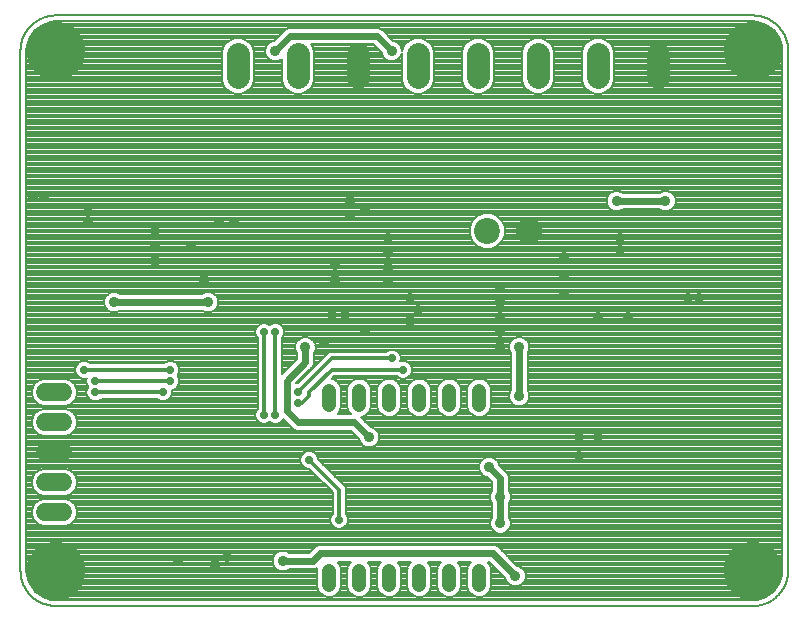
<source format=gbl>
G75*
%MOIN*%
%OFA0B0*%
%FSLAX25Y25*%
%IPPOS*%
%LPD*%
%AMOC8*
5,1,8,0,0,1.08239X$1,22.5*
%
%ADD10C,0.00800*%
%ADD11C,0.05906*%
%ADD12C,0.04800*%
%ADD13C,0.07677*%
%ADD14C,0.08661*%
%ADD15OC8,0.08661*%
%ADD16C,0.03562*%
%ADD17C,0.19685*%
%ADD18C,0.02400*%
%ADD19C,0.02775*%
%ADD20C,0.01200*%
D10*
X0034146Y0040429D02*
X0266430Y0040429D01*
X0266430Y0042429D02*
X0034146Y0042429D01*
X0032612Y0042550D01*
X0029692Y0043498D01*
X0027209Y0045303D01*
X0025405Y0047786D01*
X0024456Y0050705D01*
X0024335Y0052240D01*
X0024335Y0225469D01*
X0024456Y0227003D01*
X0025405Y0229923D01*
X0027209Y0232406D01*
X0029692Y0234210D01*
X0032612Y0235159D01*
X0034146Y0235280D01*
X0266430Y0235280D01*
X0267965Y0235159D01*
X0270884Y0234210D01*
X0273367Y0232406D01*
X0275172Y0229923D01*
X0276120Y0227003D01*
X0276241Y0225469D01*
X0276241Y0052240D01*
X0276120Y0050705D01*
X0275172Y0047786D01*
X0273367Y0045303D01*
X0270884Y0043498D01*
X0267965Y0042550D01*
X0266430Y0042429D01*
X0268810Y0042825D02*
X0031766Y0042825D01*
X0029521Y0043623D02*
X0123952Y0043623D01*
X0124493Y0043399D02*
X0123022Y0044008D01*
X0121897Y0045133D01*
X0121288Y0046604D01*
X0121288Y0052995D01*
X0121291Y0053001D01*
X0120392Y0052629D01*
X0111817Y0052629D01*
X0111751Y0052563D01*
X0110508Y0052048D01*
X0109163Y0052048D01*
X0107920Y0052563D01*
X0106969Y0053514D01*
X0106454Y0054757D01*
X0106454Y0056102D01*
X0106969Y0057344D01*
X0107920Y0058295D01*
X0109163Y0058810D01*
X0110508Y0058810D01*
X0111751Y0058295D01*
X0111817Y0058229D01*
X0118676Y0058229D01*
X0119962Y0059515D01*
X0120749Y0060303D01*
X0121778Y0060729D01*
X0180392Y0060729D01*
X0181421Y0060303D01*
X0187914Y0053810D01*
X0188008Y0053810D01*
X0189251Y0053295D01*
X0190202Y0052344D01*
X0190717Y0051102D01*
X0190717Y0049757D01*
X0190202Y0048514D01*
X0189251Y0047563D01*
X0188008Y0047048D01*
X0186663Y0047048D01*
X0185420Y0047563D01*
X0184469Y0048514D01*
X0183954Y0049757D01*
X0183954Y0049850D01*
X0178676Y0055129D01*
X0178015Y0055129D01*
X0178679Y0054465D01*
X0179288Y0052995D01*
X0179288Y0046604D01*
X0178679Y0045133D01*
X0177554Y0044008D01*
X0176084Y0043399D01*
X0174493Y0043399D01*
X0173022Y0044008D01*
X0171897Y0045133D01*
X0171288Y0046604D01*
X0171288Y0052995D01*
X0171897Y0054465D01*
X0172561Y0055129D01*
X0168015Y0055129D01*
X0168679Y0054465D01*
X0169288Y0052995D01*
X0169288Y0046604D01*
X0168679Y0045133D01*
X0167554Y0044008D01*
X0166084Y0043399D01*
X0164493Y0043399D01*
X0163022Y0044008D01*
X0161897Y0045133D01*
X0161288Y0046604D01*
X0161288Y0052995D01*
X0161897Y0054465D01*
X0162561Y0055129D01*
X0158015Y0055129D01*
X0158679Y0054465D01*
X0159288Y0052995D01*
X0159288Y0046604D01*
X0158679Y0045133D01*
X0157554Y0044008D01*
X0156084Y0043399D01*
X0154493Y0043399D01*
X0153022Y0044008D01*
X0151897Y0045133D01*
X0151288Y0046604D01*
X0151288Y0052995D01*
X0151897Y0054465D01*
X0152561Y0055129D01*
X0148015Y0055129D01*
X0148679Y0054465D01*
X0149288Y0052995D01*
X0149288Y0046604D01*
X0148679Y0045133D01*
X0147554Y0044008D01*
X0146084Y0043399D01*
X0144493Y0043399D01*
X0143022Y0044008D01*
X0141897Y0045133D01*
X0141288Y0046604D01*
X0141288Y0052995D01*
X0141897Y0054465D01*
X0142561Y0055129D01*
X0138015Y0055129D01*
X0138679Y0054465D01*
X0139288Y0052995D01*
X0139288Y0046604D01*
X0138679Y0045133D01*
X0137554Y0044008D01*
X0136084Y0043399D01*
X0134493Y0043399D01*
X0133022Y0044008D01*
X0131897Y0045133D01*
X0131288Y0046604D01*
X0131288Y0052995D01*
X0131897Y0054465D01*
X0132561Y0055129D01*
X0128015Y0055129D01*
X0128679Y0054465D01*
X0129288Y0052995D01*
X0129288Y0046604D01*
X0128679Y0045133D01*
X0127554Y0044008D01*
X0126084Y0043399D01*
X0124493Y0043399D01*
X0126625Y0043623D02*
X0133952Y0043623D01*
X0132609Y0044422D02*
X0127968Y0044422D01*
X0128715Y0045220D02*
X0131861Y0045220D01*
X0131530Y0046019D02*
X0129046Y0046019D01*
X0129288Y0046817D02*
X0131288Y0046817D01*
X0131288Y0047616D02*
X0129288Y0047616D01*
X0129288Y0048414D02*
X0131288Y0048414D01*
X0131288Y0049213D02*
X0129288Y0049213D01*
X0129288Y0050011D02*
X0131288Y0050011D01*
X0131288Y0050810D02*
X0129288Y0050810D01*
X0129288Y0051608D02*
X0131288Y0051608D01*
X0131288Y0052407D02*
X0129288Y0052407D01*
X0129201Y0053205D02*
X0131375Y0053205D01*
X0131706Y0054004D02*
X0128870Y0054004D01*
X0128342Y0054802D02*
X0132234Y0054802D01*
X0138342Y0054802D02*
X0142234Y0054802D01*
X0141706Y0054004D02*
X0138870Y0054004D01*
X0139201Y0053205D02*
X0141375Y0053205D01*
X0141288Y0052407D02*
X0139288Y0052407D01*
X0139288Y0051608D02*
X0141288Y0051608D01*
X0141288Y0050810D02*
X0139288Y0050810D01*
X0139288Y0050011D02*
X0141288Y0050011D01*
X0141288Y0049213D02*
X0139288Y0049213D01*
X0139288Y0048414D02*
X0141288Y0048414D01*
X0141288Y0047616D02*
X0139288Y0047616D01*
X0139288Y0046817D02*
X0141288Y0046817D01*
X0141530Y0046019D02*
X0139046Y0046019D01*
X0138715Y0045220D02*
X0141861Y0045220D01*
X0142609Y0044422D02*
X0137968Y0044422D01*
X0136625Y0043623D02*
X0143952Y0043623D01*
X0146625Y0043623D02*
X0153952Y0043623D01*
X0152609Y0044422D02*
X0147968Y0044422D01*
X0148715Y0045220D02*
X0151861Y0045220D01*
X0151530Y0046019D02*
X0149046Y0046019D01*
X0149288Y0046817D02*
X0151288Y0046817D01*
X0151288Y0047616D02*
X0149288Y0047616D01*
X0149288Y0048414D02*
X0151288Y0048414D01*
X0151288Y0049213D02*
X0149288Y0049213D01*
X0149288Y0050011D02*
X0151288Y0050011D01*
X0151288Y0050810D02*
X0149288Y0050810D01*
X0149288Y0051608D02*
X0151288Y0051608D01*
X0151288Y0052407D02*
X0149288Y0052407D01*
X0149201Y0053205D02*
X0151375Y0053205D01*
X0151706Y0054004D02*
X0148870Y0054004D01*
X0148342Y0054802D02*
X0152234Y0054802D01*
X0158342Y0054802D02*
X0162234Y0054802D01*
X0161706Y0054004D02*
X0158870Y0054004D01*
X0159201Y0053205D02*
X0161375Y0053205D01*
X0161288Y0052407D02*
X0159288Y0052407D01*
X0159288Y0051608D02*
X0161288Y0051608D01*
X0161288Y0050810D02*
X0159288Y0050810D01*
X0159288Y0050011D02*
X0161288Y0050011D01*
X0161288Y0049213D02*
X0159288Y0049213D01*
X0159288Y0048414D02*
X0161288Y0048414D01*
X0161288Y0047616D02*
X0159288Y0047616D01*
X0159288Y0046817D02*
X0161288Y0046817D01*
X0161530Y0046019D02*
X0159046Y0046019D01*
X0158715Y0045220D02*
X0161861Y0045220D01*
X0162609Y0044422D02*
X0157968Y0044422D01*
X0156625Y0043623D02*
X0163952Y0043623D01*
X0166625Y0043623D02*
X0173952Y0043623D01*
X0172609Y0044422D02*
X0167968Y0044422D01*
X0168715Y0045220D02*
X0171861Y0045220D01*
X0171530Y0046019D02*
X0169046Y0046019D01*
X0169288Y0046817D02*
X0171288Y0046817D01*
X0171288Y0047616D02*
X0169288Y0047616D01*
X0169288Y0048414D02*
X0171288Y0048414D01*
X0171288Y0049213D02*
X0169288Y0049213D01*
X0169288Y0050011D02*
X0171288Y0050011D01*
X0171288Y0050810D02*
X0169288Y0050810D01*
X0169288Y0051608D02*
X0171288Y0051608D01*
X0171288Y0052407D02*
X0169288Y0052407D01*
X0169201Y0053205D02*
X0171375Y0053205D01*
X0171706Y0054004D02*
X0168870Y0054004D01*
X0168342Y0054802D02*
X0172234Y0054802D01*
X0178342Y0054802D02*
X0179002Y0054802D01*
X0178870Y0054004D02*
X0179801Y0054004D01*
X0179201Y0053205D02*
X0180599Y0053205D01*
X0181398Y0052407D02*
X0179288Y0052407D01*
X0179288Y0051608D02*
X0182196Y0051608D01*
X0182995Y0050810D02*
X0179288Y0050810D01*
X0179288Y0050011D02*
X0183793Y0050011D01*
X0184180Y0049213D02*
X0179288Y0049213D01*
X0179288Y0048414D02*
X0184569Y0048414D01*
X0185367Y0047616D02*
X0179288Y0047616D01*
X0179288Y0046817D02*
X0274468Y0046817D01*
X0273888Y0046019D02*
X0179046Y0046019D01*
X0178715Y0045220D02*
X0273254Y0045220D01*
X0272155Y0044422D02*
X0177968Y0044422D01*
X0176625Y0043623D02*
X0271056Y0043623D01*
X0275048Y0047616D02*
X0189304Y0047616D01*
X0190102Y0048414D02*
X0275376Y0048414D01*
X0275635Y0049213D02*
X0190491Y0049213D01*
X0190717Y0050011D02*
X0275895Y0050011D01*
X0276128Y0050810D02*
X0190717Y0050810D01*
X0190507Y0051608D02*
X0276191Y0051608D01*
X0276241Y0052407D02*
X0190139Y0052407D01*
X0189341Y0053205D02*
X0276241Y0053205D01*
X0276241Y0054004D02*
X0187721Y0054004D01*
X0186922Y0054802D02*
X0276241Y0054802D01*
X0276241Y0055601D02*
X0186123Y0055601D01*
X0185325Y0056399D02*
X0276241Y0056399D01*
X0276241Y0057198D02*
X0184526Y0057198D01*
X0183728Y0057996D02*
X0276241Y0057996D01*
X0276241Y0058795D02*
X0182929Y0058795D01*
X0182131Y0059593D02*
X0276241Y0059593D01*
X0276241Y0060392D02*
X0181206Y0060392D01*
X0181663Y0064548D02*
X0183008Y0064548D01*
X0184251Y0065063D01*
X0185202Y0066014D01*
X0185717Y0067257D01*
X0185717Y0068602D01*
X0185202Y0069844D01*
X0185135Y0069911D01*
X0185135Y0074698D01*
X0185202Y0074764D01*
X0185717Y0076007D01*
X0185717Y0077352D01*
X0185202Y0078594D01*
X0185135Y0078661D01*
X0185135Y0083486D01*
X0184709Y0084515D01*
X0181967Y0087258D01*
X0181967Y0087352D01*
X0181452Y0088594D01*
X0180501Y0089545D01*
X0179258Y0090060D01*
X0177913Y0090060D01*
X0176670Y0089545D01*
X0175719Y0088594D01*
X0175204Y0087352D01*
X0175204Y0086007D01*
X0175719Y0084764D01*
X0176670Y0083813D01*
X0177913Y0083298D01*
X0178007Y0083298D01*
X0179535Y0081769D01*
X0179535Y0078661D01*
X0179469Y0078594D01*
X0178954Y0077352D01*
X0178954Y0076007D01*
X0179469Y0074764D01*
X0179535Y0074698D01*
X0179535Y0069911D01*
X0179469Y0069844D01*
X0178954Y0068602D01*
X0178954Y0067257D01*
X0179469Y0066014D01*
X0180420Y0065063D01*
X0181663Y0064548D01*
X0180300Y0065183D02*
X0024335Y0065183D01*
X0024335Y0065981D02*
X0179501Y0065981D01*
X0179152Y0066780D02*
X0130411Y0066780D01*
X0130278Y0066647D02*
X0131118Y0067487D01*
X0131573Y0068585D01*
X0131573Y0069773D01*
X0131118Y0070871D01*
X0130785Y0071204D01*
X0130785Y0080090D01*
X0121573Y0089303D01*
X0121573Y0089773D01*
X0121118Y0090871D01*
X0120278Y0091712D01*
X0119180Y0092167D01*
X0117991Y0092167D01*
X0116893Y0091712D01*
X0116053Y0090871D01*
X0115598Y0089773D01*
X0115598Y0088585D01*
X0116053Y0087487D01*
X0116893Y0086647D01*
X0117991Y0086192D01*
X0118462Y0086192D01*
X0126385Y0078268D01*
X0126385Y0071204D01*
X0126053Y0070871D01*
X0125598Y0069773D01*
X0125598Y0068585D01*
X0126053Y0067487D01*
X0126893Y0066647D01*
X0127991Y0066192D01*
X0129180Y0066192D01*
X0130278Y0066647D01*
X0131156Y0067579D02*
X0178954Y0067579D01*
X0178954Y0068377D02*
X0131487Y0068377D01*
X0131573Y0069176D02*
X0179192Y0069176D01*
X0179535Y0069974D02*
X0131490Y0069974D01*
X0131159Y0070773D02*
X0179535Y0070773D01*
X0179535Y0071571D02*
X0130785Y0071571D01*
X0130785Y0072370D02*
X0179535Y0072370D01*
X0179535Y0073168D02*
X0130785Y0073168D01*
X0130785Y0073967D02*
X0179535Y0073967D01*
X0179469Y0074765D02*
X0130785Y0074765D01*
X0130785Y0075564D02*
X0179138Y0075564D01*
X0178954Y0076362D02*
X0130785Y0076362D01*
X0130785Y0077161D02*
X0178954Y0077161D01*
X0179206Y0077959D02*
X0130785Y0077959D01*
X0130785Y0078758D02*
X0179535Y0078758D01*
X0179535Y0079556D02*
X0130785Y0079556D01*
X0130521Y0080355D02*
X0179535Y0080355D01*
X0179535Y0081153D02*
X0129723Y0081153D01*
X0128924Y0081952D02*
X0179353Y0081952D01*
X0178555Y0082750D02*
X0128126Y0082750D01*
X0127327Y0083549D02*
X0177308Y0083549D01*
X0176136Y0084347D02*
X0126529Y0084347D01*
X0125730Y0085146D02*
X0175561Y0085146D01*
X0175230Y0085944D02*
X0124932Y0085944D01*
X0124133Y0086743D02*
X0175204Y0086743D01*
X0175283Y0087541D02*
X0123335Y0087541D01*
X0122536Y0088340D02*
X0175614Y0088340D01*
X0176263Y0089138D02*
X0121737Y0089138D01*
X0121505Y0089937D02*
X0177615Y0089937D01*
X0179556Y0089937D02*
X0276241Y0089937D01*
X0276241Y0090735D02*
X0121174Y0090735D01*
X0120456Y0091534D02*
X0276241Y0091534D01*
X0276241Y0092332D02*
X0024335Y0092332D01*
X0024335Y0091534D02*
X0116715Y0091534D01*
X0115996Y0090735D02*
X0024335Y0090735D01*
X0024335Y0089937D02*
X0115666Y0089937D01*
X0115598Y0089138D02*
X0024335Y0089138D01*
X0024335Y0088340D02*
X0115700Y0088340D01*
X0116030Y0087541D02*
X0024335Y0087541D01*
X0024335Y0086743D02*
X0116797Y0086743D01*
X0118709Y0085944D02*
X0038138Y0085944D01*
X0037444Y0086232D02*
X0039117Y0085539D01*
X0040398Y0084258D01*
X0041091Y0082585D01*
X0041091Y0080774D01*
X0040398Y0079100D01*
X0039117Y0077819D01*
X0037444Y0077126D01*
X0029727Y0077126D01*
X0028054Y0077819D01*
X0026773Y0079100D01*
X0026080Y0080774D01*
X0026080Y0082585D01*
X0026773Y0084258D01*
X0028054Y0085539D01*
X0029727Y0086232D01*
X0037444Y0086232D01*
X0039510Y0085146D02*
X0119508Y0085146D01*
X0120306Y0084347D02*
X0040309Y0084347D01*
X0040692Y0083549D02*
X0121105Y0083549D01*
X0121903Y0082750D02*
X0041022Y0082750D01*
X0041091Y0081952D02*
X0122702Y0081952D01*
X0123500Y0081153D02*
X0041091Y0081153D01*
X0040917Y0080355D02*
X0124299Y0080355D01*
X0125097Y0079556D02*
X0040587Y0079556D01*
X0040055Y0078758D02*
X0125896Y0078758D01*
X0126385Y0077959D02*
X0039257Y0077959D01*
X0037527Y0077161D02*
X0126385Y0077161D01*
X0126385Y0076362D02*
X0024335Y0076362D01*
X0024335Y0075564D02*
X0028114Y0075564D01*
X0028054Y0075539D02*
X0026773Y0074258D01*
X0026080Y0072585D01*
X0026080Y0070774D01*
X0026773Y0069100D01*
X0028054Y0067819D01*
X0029727Y0067126D01*
X0037444Y0067126D01*
X0039117Y0067819D01*
X0040398Y0069100D01*
X0041091Y0070774D01*
X0041091Y0072585D01*
X0040398Y0074258D01*
X0039117Y0075539D01*
X0037444Y0076232D01*
X0029727Y0076232D01*
X0028054Y0075539D01*
X0027280Y0074765D02*
X0024335Y0074765D01*
X0024335Y0073967D02*
X0026652Y0073967D01*
X0026322Y0073168D02*
X0024335Y0073168D01*
X0024335Y0072370D02*
X0026080Y0072370D01*
X0026080Y0071571D02*
X0024335Y0071571D01*
X0024335Y0070773D02*
X0026080Y0070773D01*
X0026411Y0069974D02*
X0024335Y0069974D01*
X0024335Y0069176D02*
X0026742Y0069176D01*
X0027496Y0068377D02*
X0024335Y0068377D01*
X0024335Y0067579D02*
X0028635Y0067579D01*
X0024335Y0066780D02*
X0126760Y0066780D01*
X0126015Y0067579D02*
X0038535Y0067579D01*
X0039675Y0068377D02*
X0125684Y0068377D01*
X0125598Y0069176D02*
X0040429Y0069176D01*
X0040760Y0069974D02*
X0125681Y0069974D01*
X0126012Y0070773D02*
X0041091Y0070773D01*
X0041091Y0071571D02*
X0126385Y0071571D01*
X0126385Y0072370D02*
X0041091Y0072370D01*
X0040849Y0073168D02*
X0126385Y0073168D01*
X0126385Y0073967D02*
X0040519Y0073967D01*
X0039891Y0074765D02*
X0126385Y0074765D01*
X0126385Y0075564D02*
X0039057Y0075564D01*
X0029644Y0077161D02*
X0024335Y0077161D01*
X0024335Y0077959D02*
X0027914Y0077959D01*
X0027116Y0078758D02*
X0024335Y0078758D01*
X0024335Y0079556D02*
X0026584Y0079556D01*
X0026253Y0080355D02*
X0024335Y0080355D01*
X0024335Y0081153D02*
X0026080Y0081153D01*
X0026080Y0081952D02*
X0024335Y0081952D01*
X0024335Y0082750D02*
X0026148Y0082750D01*
X0026479Y0083549D02*
X0024335Y0083549D01*
X0024335Y0084347D02*
X0026862Y0084347D01*
X0027661Y0085146D02*
X0024335Y0085146D01*
X0024335Y0085944D02*
X0029033Y0085944D01*
X0024335Y0093131D02*
X0276241Y0093131D01*
X0276241Y0093929D02*
X0140617Y0093929D01*
X0140501Y0093813D02*
X0141452Y0094764D01*
X0141967Y0096007D01*
X0141967Y0097352D01*
X0141452Y0098594D01*
X0140501Y0099545D01*
X0139258Y0100060D01*
X0139164Y0100060D01*
X0135959Y0103265D01*
X0135825Y0103399D01*
X0136084Y0103399D01*
X0137554Y0104008D01*
X0138679Y0105133D01*
X0139288Y0106604D01*
X0139288Y0112995D01*
X0138679Y0114465D01*
X0137554Y0115590D01*
X0136084Y0116199D01*
X0134493Y0116199D01*
X0133022Y0115590D01*
X0131897Y0114465D01*
X0131288Y0112995D01*
X0131288Y0106604D01*
X0131897Y0105133D01*
X0132551Y0104479D01*
X0128025Y0104479D01*
X0128679Y0105133D01*
X0129288Y0106604D01*
X0129288Y0112995D01*
X0128679Y0114465D01*
X0127554Y0115590D01*
X0126178Y0116160D01*
X0126997Y0116979D01*
X0147811Y0116979D01*
X0148143Y0116647D01*
X0149241Y0116192D01*
X0150430Y0116192D01*
X0151528Y0116647D01*
X0152368Y0117487D01*
X0152823Y0118585D01*
X0152823Y0119773D01*
X0152368Y0120871D01*
X0151528Y0121712D01*
X0150430Y0122167D01*
X0149241Y0122167D01*
X0148954Y0122047D01*
X0149073Y0122335D01*
X0149073Y0123523D01*
X0148618Y0124621D01*
X0147778Y0125462D01*
X0146680Y0125917D01*
X0145491Y0125917D01*
X0144393Y0125462D01*
X0144061Y0125129D01*
X0125174Y0125129D01*
X0123885Y0123840D01*
X0114712Y0114667D01*
X0114283Y0114667D01*
X0118921Y0119305D01*
X0118921Y0119305D01*
X0119709Y0120093D01*
X0120135Y0121122D01*
X0120135Y0124698D01*
X0120202Y0124764D01*
X0120717Y0126007D01*
X0120717Y0127352D01*
X0120202Y0128594D01*
X0119251Y0129545D01*
X0118008Y0130060D01*
X0116663Y0130060D01*
X0115420Y0129545D01*
X0114469Y0128594D01*
X0113954Y0127352D01*
X0113954Y0126007D01*
X0114469Y0124764D01*
X0114535Y0124698D01*
X0114535Y0122839D01*
X0109535Y0117839D01*
X0109535Y0129654D01*
X0109868Y0129987D01*
X0110323Y0131085D01*
X0110323Y0132273D01*
X0109868Y0133371D01*
X0109028Y0134212D01*
X0107930Y0134667D01*
X0106741Y0134667D01*
X0105643Y0134212D01*
X0105460Y0134029D01*
X0105278Y0134212D01*
X0104180Y0134667D01*
X0102991Y0134667D01*
X0101893Y0134212D01*
X0101053Y0133371D01*
X0100598Y0132273D01*
X0100598Y0131085D01*
X0101053Y0129987D01*
X0101385Y0129654D01*
X0101385Y0106204D01*
X0101053Y0105871D01*
X0100598Y0104773D01*
X0100598Y0103585D01*
X0101053Y0102487D01*
X0101893Y0101647D01*
X0102991Y0101192D01*
X0104180Y0101192D01*
X0105278Y0101647D01*
X0105460Y0101829D01*
X0105643Y0101647D01*
X0106741Y0101192D01*
X0107930Y0101192D01*
X0109028Y0101647D01*
X0109868Y0102487D01*
X0109927Y0102628D01*
X0113249Y0099305D01*
X0114278Y0098879D01*
X0132426Y0098879D01*
X0135204Y0096100D01*
X0135204Y0096007D01*
X0135719Y0094764D01*
X0136670Y0093813D01*
X0137913Y0093298D01*
X0139258Y0093298D01*
X0140501Y0093813D01*
X0141416Y0094728D02*
X0276241Y0094728D01*
X0276241Y0095526D02*
X0141768Y0095526D01*
X0141967Y0096325D02*
X0276241Y0096325D01*
X0276241Y0097123D02*
X0141967Y0097123D01*
X0141730Y0097922D02*
X0276241Y0097922D01*
X0276241Y0098720D02*
X0141326Y0098720D01*
X0140527Y0099519D02*
X0276241Y0099519D01*
X0276241Y0100317D02*
X0138907Y0100317D01*
X0138108Y0101116D02*
X0276241Y0101116D01*
X0276241Y0101915D02*
X0137310Y0101915D01*
X0136511Y0102713D02*
X0276241Y0102713D01*
X0276241Y0103512D02*
X0176355Y0103512D01*
X0176084Y0103399D02*
X0177554Y0104008D01*
X0178679Y0105133D01*
X0179288Y0106604D01*
X0179288Y0112995D01*
X0178679Y0114465D01*
X0177554Y0115590D01*
X0176084Y0116199D01*
X0174493Y0116199D01*
X0173022Y0115590D01*
X0171897Y0114465D01*
X0171288Y0112995D01*
X0171288Y0106604D01*
X0171897Y0105133D01*
X0173022Y0104008D01*
X0174493Y0103399D01*
X0176084Y0103399D01*
X0174221Y0103512D02*
X0166355Y0103512D01*
X0166084Y0103399D02*
X0167554Y0104008D01*
X0168679Y0105133D01*
X0169288Y0106604D01*
X0169288Y0112995D01*
X0168679Y0114465D01*
X0167554Y0115590D01*
X0166084Y0116199D01*
X0164493Y0116199D01*
X0163022Y0115590D01*
X0161897Y0114465D01*
X0161288Y0112995D01*
X0161288Y0106604D01*
X0161897Y0105133D01*
X0163022Y0104008D01*
X0164493Y0103399D01*
X0166084Y0103399D01*
X0164221Y0103512D02*
X0156355Y0103512D01*
X0156084Y0103399D02*
X0157554Y0104008D01*
X0158679Y0105133D01*
X0159288Y0106604D01*
X0159288Y0112995D01*
X0158679Y0114465D01*
X0157554Y0115590D01*
X0156084Y0116199D01*
X0154493Y0116199D01*
X0153022Y0115590D01*
X0151897Y0114465D01*
X0151288Y0112995D01*
X0151288Y0106604D01*
X0151897Y0105133D01*
X0153022Y0104008D01*
X0154493Y0103399D01*
X0156084Y0103399D01*
X0154221Y0103512D02*
X0146355Y0103512D01*
X0146084Y0103399D02*
X0147554Y0104008D01*
X0148679Y0105133D01*
X0149288Y0106604D01*
X0149288Y0112995D01*
X0148679Y0114465D01*
X0147554Y0115590D01*
X0146084Y0116199D01*
X0144493Y0116199D01*
X0143022Y0115590D01*
X0141897Y0114465D01*
X0141288Y0112995D01*
X0141288Y0106604D01*
X0141897Y0105133D01*
X0143022Y0104008D01*
X0144493Y0103399D01*
X0146084Y0103399D01*
X0144221Y0103512D02*
X0136355Y0103512D01*
X0137856Y0104310D02*
X0142720Y0104310D01*
X0141922Y0105109D02*
X0138654Y0105109D01*
X0139000Y0105907D02*
X0141577Y0105907D01*
X0141288Y0106706D02*
X0139288Y0106706D01*
X0139288Y0107504D02*
X0141288Y0107504D01*
X0141288Y0108303D02*
X0139288Y0108303D01*
X0139288Y0109101D02*
X0141288Y0109101D01*
X0141288Y0109900D02*
X0139288Y0109900D01*
X0139288Y0110698D02*
X0141288Y0110698D01*
X0141288Y0111497D02*
X0139288Y0111497D01*
X0139288Y0112295D02*
X0141288Y0112295D01*
X0141329Y0113094D02*
X0139247Y0113094D01*
X0138916Y0113892D02*
X0141660Y0113892D01*
X0142123Y0114691D02*
X0138454Y0114691D01*
X0137655Y0115489D02*
X0142921Y0115489D01*
X0147655Y0115489D02*
X0152921Y0115489D01*
X0152123Y0114691D02*
X0148454Y0114691D01*
X0148916Y0113892D02*
X0151660Y0113892D01*
X0151329Y0113094D02*
X0149247Y0113094D01*
X0149288Y0112295D02*
X0151288Y0112295D01*
X0151288Y0111497D02*
X0149288Y0111497D01*
X0149288Y0110698D02*
X0151288Y0110698D01*
X0151288Y0109900D02*
X0149288Y0109900D01*
X0149288Y0109101D02*
X0151288Y0109101D01*
X0151288Y0108303D02*
X0149288Y0108303D01*
X0149288Y0107504D02*
X0151288Y0107504D01*
X0151288Y0106706D02*
X0149288Y0106706D01*
X0149000Y0105907D02*
X0151577Y0105907D01*
X0151922Y0105109D02*
X0148654Y0105109D01*
X0147856Y0104310D02*
X0152720Y0104310D01*
X0157856Y0104310D02*
X0162720Y0104310D01*
X0161922Y0105109D02*
X0158654Y0105109D01*
X0159000Y0105907D02*
X0161577Y0105907D01*
X0161288Y0106706D02*
X0159288Y0106706D01*
X0159288Y0107504D02*
X0161288Y0107504D01*
X0161288Y0108303D02*
X0159288Y0108303D01*
X0159288Y0109101D02*
X0161288Y0109101D01*
X0161288Y0109900D02*
X0159288Y0109900D01*
X0159288Y0110698D02*
X0161288Y0110698D01*
X0161288Y0111497D02*
X0159288Y0111497D01*
X0159288Y0112295D02*
X0161288Y0112295D01*
X0161329Y0113094D02*
X0159247Y0113094D01*
X0158916Y0113892D02*
X0161660Y0113892D01*
X0162123Y0114691D02*
X0158454Y0114691D01*
X0157655Y0115489D02*
X0162921Y0115489D01*
X0167655Y0115489D02*
X0172921Y0115489D01*
X0172123Y0114691D02*
X0168454Y0114691D01*
X0168916Y0113892D02*
X0171660Y0113892D01*
X0171329Y0113094D02*
X0169247Y0113094D01*
X0169288Y0112295D02*
X0171288Y0112295D01*
X0171288Y0111497D02*
X0169288Y0111497D01*
X0169288Y0110698D02*
X0171288Y0110698D01*
X0171288Y0109900D02*
X0169288Y0109900D01*
X0169288Y0109101D02*
X0171288Y0109101D01*
X0171288Y0108303D02*
X0169288Y0108303D01*
X0169288Y0107504D02*
X0171288Y0107504D01*
X0171288Y0106706D02*
X0169288Y0106706D01*
X0169000Y0105907D02*
X0171577Y0105907D01*
X0171922Y0105109D02*
X0168654Y0105109D01*
X0167856Y0104310D02*
X0172720Y0104310D01*
X0177856Y0104310D02*
X0276241Y0104310D01*
X0276241Y0105109D02*
X0178654Y0105109D01*
X0179000Y0105907D02*
X0276241Y0105907D01*
X0276241Y0106706D02*
X0179288Y0106706D01*
X0179288Y0107504D02*
X0186812Y0107504D01*
X0186670Y0107563D02*
X0187913Y0107048D01*
X0189258Y0107048D01*
X0190501Y0107563D01*
X0191452Y0108514D01*
X0191967Y0109757D01*
X0191967Y0111102D01*
X0191452Y0112344D01*
X0191385Y0112411D01*
X0191385Y0124698D01*
X0191452Y0124764D01*
X0191967Y0126007D01*
X0191967Y0127352D01*
X0191452Y0128594D01*
X0190501Y0129545D01*
X0189258Y0130060D01*
X0187913Y0130060D01*
X0186670Y0129545D01*
X0185719Y0128594D01*
X0185204Y0127352D01*
X0185204Y0126007D01*
X0185719Y0124764D01*
X0185785Y0124698D01*
X0185785Y0112411D01*
X0185719Y0112344D01*
X0185204Y0111102D01*
X0185204Y0109757D01*
X0185719Y0108514D01*
X0186670Y0107563D01*
X0185930Y0108303D02*
X0179288Y0108303D01*
X0179288Y0109101D02*
X0185476Y0109101D01*
X0185204Y0109900D02*
X0179288Y0109900D01*
X0179288Y0110698D02*
X0185204Y0110698D01*
X0185368Y0111497D02*
X0179288Y0111497D01*
X0179288Y0112295D02*
X0185699Y0112295D01*
X0185785Y0113094D02*
X0179247Y0113094D01*
X0178916Y0113892D02*
X0185785Y0113892D01*
X0185785Y0114691D02*
X0178454Y0114691D01*
X0177655Y0115489D02*
X0185785Y0115489D01*
X0185785Y0116288D02*
X0150661Y0116288D01*
X0151967Y0117086D02*
X0185785Y0117086D01*
X0185785Y0117885D02*
X0152533Y0117885D01*
X0152823Y0118683D02*
X0185785Y0118683D01*
X0185785Y0119482D02*
X0152823Y0119482D01*
X0152613Y0120280D02*
X0185785Y0120280D01*
X0185785Y0121079D02*
X0152161Y0121079D01*
X0151128Y0121877D02*
X0185785Y0121877D01*
X0185785Y0122676D02*
X0149073Y0122676D01*
X0149073Y0123474D02*
X0185785Y0123474D01*
X0185785Y0124273D02*
X0148762Y0124273D01*
X0148168Y0125071D02*
X0185592Y0125071D01*
X0185261Y0125870D02*
X0146792Y0125870D01*
X0145378Y0125870D02*
X0120660Y0125870D01*
X0120717Y0126668D02*
X0185204Y0126668D01*
X0185252Y0127467D02*
X0120669Y0127467D01*
X0120338Y0128265D02*
X0185583Y0128265D01*
X0186189Y0129064D02*
X0119732Y0129064D01*
X0118486Y0129862D02*
X0187435Y0129862D01*
X0189736Y0129862D02*
X0276241Y0129862D01*
X0276241Y0129064D02*
X0190982Y0129064D01*
X0191588Y0128265D02*
X0276241Y0128265D01*
X0276241Y0127467D02*
X0191919Y0127467D01*
X0191967Y0126668D02*
X0276241Y0126668D01*
X0276241Y0125870D02*
X0191910Y0125870D01*
X0191579Y0125071D02*
X0276241Y0125071D01*
X0276241Y0124273D02*
X0191385Y0124273D01*
X0191385Y0123474D02*
X0276241Y0123474D01*
X0276241Y0122676D02*
X0191385Y0122676D01*
X0191385Y0121877D02*
X0276241Y0121877D01*
X0276241Y0121079D02*
X0191385Y0121079D01*
X0191385Y0120280D02*
X0276241Y0120280D01*
X0276241Y0119482D02*
X0191385Y0119482D01*
X0191385Y0118683D02*
X0276241Y0118683D01*
X0276241Y0117885D02*
X0191385Y0117885D01*
X0191385Y0117086D02*
X0276241Y0117086D01*
X0276241Y0116288D02*
X0191385Y0116288D01*
X0191385Y0115489D02*
X0276241Y0115489D01*
X0276241Y0114691D02*
X0191385Y0114691D01*
X0191385Y0113892D02*
X0276241Y0113892D01*
X0276241Y0113094D02*
X0191385Y0113094D01*
X0191472Y0112295D02*
X0276241Y0112295D01*
X0276241Y0111497D02*
X0191803Y0111497D01*
X0191967Y0110698D02*
X0276241Y0110698D01*
X0276241Y0109900D02*
X0191967Y0109900D01*
X0191695Y0109101D02*
X0276241Y0109101D01*
X0276241Y0108303D02*
X0191240Y0108303D01*
X0190359Y0107504D02*
X0276241Y0107504D01*
X0276241Y0089138D02*
X0180908Y0089138D01*
X0181557Y0088340D02*
X0276241Y0088340D01*
X0276241Y0087541D02*
X0181888Y0087541D01*
X0182482Y0086743D02*
X0276241Y0086743D01*
X0276241Y0085944D02*
X0183280Y0085944D01*
X0184079Y0085146D02*
X0276241Y0085146D01*
X0276241Y0084347D02*
X0184779Y0084347D01*
X0185109Y0083549D02*
X0276241Y0083549D01*
X0276241Y0082750D02*
X0185135Y0082750D01*
X0185135Y0081952D02*
X0276241Y0081952D01*
X0276241Y0081153D02*
X0185135Y0081153D01*
X0185135Y0080355D02*
X0276241Y0080355D01*
X0276241Y0079556D02*
X0185135Y0079556D01*
X0185135Y0078758D02*
X0276241Y0078758D01*
X0276241Y0077959D02*
X0185465Y0077959D01*
X0185717Y0077161D02*
X0276241Y0077161D01*
X0276241Y0076362D02*
X0185717Y0076362D01*
X0185533Y0075564D02*
X0276241Y0075564D01*
X0276241Y0074765D02*
X0185202Y0074765D01*
X0185135Y0073967D02*
X0276241Y0073967D01*
X0276241Y0073168D02*
X0185135Y0073168D01*
X0185135Y0072370D02*
X0276241Y0072370D01*
X0276241Y0071571D02*
X0185135Y0071571D01*
X0185135Y0070773D02*
X0276241Y0070773D01*
X0276241Y0069974D02*
X0185135Y0069974D01*
X0185479Y0069176D02*
X0276241Y0069176D01*
X0276241Y0068377D02*
X0185717Y0068377D01*
X0185717Y0067579D02*
X0276241Y0067579D01*
X0276241Y0066780D02*
X0185519Y0066780D01*
X0185169Y0065981D02*
X0276241Y0065981D01*
X0276241Y0065183D02*
X0184371Y0065183D01*
X0136554Y0093929D02*
X0024335Y0093929D01*
X0024335Y0094728D02*
X0135755Y0094728D01*
X0135403Y0095526D02*
X0024335Y0095526D01*
X0024335Y0096325D02*
X0134980Y0096325D01*
X0134181Y0097123D02*
X0024335Y0097123D01*
X0024335Y0097922D02*
X0027951Y0097922D01*
X0028054Y0097819D02*
X0029727Y0097126D01*
X0037444Y0097126D01*
X0039117Y0097819D01*
X0040398Y0099100D01*
X0041091Y0100774D01*
X0041091Y0102585D01*
X0040398Y0104258D01*
X0039117Y0105539D01*
X0037444Y0106232D01*
X0029727Y0106232D01*
X0028054Y0105539D01*
X0026773Y0104258D01*
X0026080Y0102585D01*
X0026080Y0100774D01*
X0026773Y0099100D01*
X0028054Y0097819D01*
X0027153Y0098720D02*
X0024335Y0098720D01*
X0024335Y0099519D02*
X0026600Y0099519D01*
X0026269Y0100317D02*
X0024335Y0100317D01*
X0024335Y0101116D02*
X0026080Y0101116D01*
X0026080Y0101915D02*
X0024335Y0101915D01*
X0024335Y0102713D02*
X0026133Y0102713D01*
X0026464Y0103512D02*
X0024335Y0103512D01*
X0024335Y0104310D02*
X0026825Y0104310D01*
X0027624Y0105109D02*
X0024335Y0105109D01*
X0024335Y0105907D02*
X0028943Y0105907D01*
X0029727Y0107126D02*
X0037444Y0107126D01*
X0039117Y0107819D01*
X0040398Y0109100D01*
X0041091Y0110774D01*
X0041091Y0112585D01*
X0040398Y0114258D01*
X0039117Y0115539D01*
X0037444Y0116232D01*
X0029727Y0116232D01*
X0028054Y0115539D01*
X0026773Y0114258D01*
X0026080Y0112585D01*
X0026080Y0110774D01*
X0026773Y0109100D01*
X0028054Y0107819D01*
X0029727Y0107126D01*
X0028815Y0107504D02*
X0024335Y0107504D01*
X0024335Y0106706D02*
X0101385Y0106706D01*
X0101385Y0107504D02*
X0038356Y0107504D01*
X0039600Y0108303D02*
X0101385Y0108303D01*
X0101385Y0109101D02*
X0071418Y0109101D01*
X0071528Y0109147D02*
X0070430Y0108692D01*
X0069241Y0108692D01*
X0068143Y0109147D01*
X0067811Y0109479D01*
X0049360Y0109479D01*
X0049028Y0109147D01*
X0047930Y0108692D01*
X0046741Y0108692D01*
X0045643Y0109147D01*
X0044803Y0109987D01*
X0044348Y0111085D01*
X0044348Y0112273D01*
X0044803Y0113371D01*
X0044986Y0113554D01*
X0044803Y0113737D01*
X0044348Y0114835D01*
X0044348Y0116023D01*
X0044467Y0116311D01*
X0044180Y0116192D01*
X0042991Y0116192D01*
X0041893Y0116647D01*
X0041053Y0117487D01*
X0040598Y0118585D01*
X0040598Y0119773D01*
X0041053Y0120871D01*
X0041893Y0121712D01*
X0042991Y0122167D01*
X0044180Y0122167D01*
X0045278Y0121712D01*
X0045610Y0121379D01*
X0070311Y0121379D01*
X0070643Y0121712D01*
X0071741Y0122167D01*
X0072930Y0122167D01*
X0074028Y0121712D01*
X0074868Y0120871D01*
X0075323Y0119773D01*
X0075323Y0118585D01*
X0074868Y0117487D01*
X0074685Y0117304D01*
X0074868Y0117121D01*
X0075323Y0116023D01*
X0075323Y0114835D01*
X0074868Y0113737D01*
X0074028Y0112897D01*
X0072930Y0112442D01*
X0072753Y0112442D01*
X0072823Y0112273D01*
X0072823Y0111085D01*
X0072368Y0109987D01*
X0071528Y0109147D01*
X0072281Y0109900D02*
X0101385Y0109900D01*
X0101385Y0110698D02*
X0072663Y0110698D01*
X0072823Y0111497D02*
X0101385Y0111497D01*
X0101385Y0112295D02*
X0072814Y0112295D01*
X0074225Y0113094D02*
X0101385Y0113094D01*
X0101385Y0113892D02*
X0074932Y0113892D01*
X0075263Y0114691D02*
X0101385Y0114691D01*
X0101385Y0115489D02*
X0075323Y0115489D01*
X0075213Y0116288D02*
X0101385Y0116288D01*
X0101385Y0117086D02*
X0074883Y0117086D01*
X0075033Y0117885D02*
X0101385Y0117885D01*
X0101385Y0118683D02*
X0075323Y0118683D01*
X0075323Y0119482D02*
X0101385Y0119482D01*
X0101385Y0120280D02*
X0075113Y0120280D01*
X0074661Y0121079D02*
X0101385Y0121079D01*
X0101385Y0121877D02*
X0073628Y0121877D01*
X0071043Y0121877D02*
X0044878Y0121877D01*
X0042293Y0121877D02*
X0024335Y0121877D01*
X0024335Y0121079D02*
X0041260Y0121079D01*
X0040808Y0120280D02*
X0024335Y0120280D01*
X0024335Y0119482D02*
X0040598Y0119482D01*
X0040598Y0118683D02*
X0024335Y0118683D01*
X0024335Y0117885D02*
X0040888Y0117885D01*
X0041453Y0117086D02*
X0024335Y0117086D01*
X0024335Y0116288D02*
X0042759Y0116288D01*
X0044411Y0116288D02*
X0044458Y0116288D01*
X0044348Y0115489D02*
X0039167Y0115489D01*
X0039965Y0114691D02*
X0044408Y0114691D01*
X0044738Y0113892D02*
X0040549Y0113892D01*
X0040880Y0113094D02*
X0044688Y0113094D01*
X0044357Y0112295D02*
X0041091Y0112295D01*
X0041091Y0111497D02*
X0044348Y0111497D01*
X0044508Y0110698D02*
X0041060Y0110698D01*
X0040729Y0109900D02*
X0044890Y0109900D01*
X0045753Y0109101D02*
X0040398Y0109101D01*
X0038228Y0105907D02*
X0101089Y0105907D01*
X0100737Y0105109D02*
X0039547Y0105109D01*
X0040346Y0104310D02*
X0100598Y0104310D01*
X0100628Y0103512D02*
X0040707Y0103512D01*
X0041038Y0102713D02*
X0100959Y0102713D01*
X0101625Y0101915D02*
X0041091Y0101915D01*
X0041091Y0101116D02*
X0111439Y0101116D01*
X0112237Y0100317D02*
X0040902Y0100317D01*
X0040571Y0099519D02*
X0113036Y0099519D01*
X0110640Y0101915D02*
X0109296Y0101915D01*
X0114307Y0114691D02*
X0114736Y0114691D01*
X0115105Y0115489D02*
X0115534Y0115489D01*
X0115904Y0116288D02*
X0116333Y0116288D01*
X0116702Y0117086D02*
X0117131Y0117086D01*
X0117501Y0117885D02*
X0117930Y0117885D01*
X0118299Y0118683D02*
X0118728Y0118683D01*
X0119098Y0119482D02*
X0119527Y0119482D01*
X0119787Y0120280D02*
X0120325Y0120280D01*
X0120117Y0121079D02*
X0121124Y0121079D01*
X0121922Y0121877D02*
X0120135Y0121877D01*
X0120135Y0122676D02*
X0122721Y0122676D01*
X0123519Y0123474D02*
X0120135Y0123474D01*
X0120135Y0124273D02*
X0124318Y0124273D01*
X0125116Y0125071D02*
X0120329Y0125071D01*
X0114535Y0124273D02*
X0109535Y0124273D01*
X0109535Y0125071D02*
X0114342Y0125071D01*
X0114011Y0125870D02*
X0109535Y0125870D01*
X0109535Y0126668D02*
X0113954Y0126668D01*
X0114002Y0127467D02*
X0109535Y0127467D01*
X0109535Y0128265D02*
X0114333Y0128265D01*
X0114939Y0129064D02*
X0109535Y0129064D01*
X0109744Y0129862D02*
X0116185Y0129862D01*
X0110323Y0131459D02*
X0276241Y0131459D01*
X0276241Y0130661D02*
X0110147Y0130661D01*
X0110323Y0132258D02*
X0276241Y0132258D01*
X0276241Y0133056D02*
X0109998Y0133056D01*
X0109384Y0133855D02*
X0276241Y0133855D01*
X0276241Y0134653D02*
X0107961Y0134653D01*
X0106710Y0134653D02*
X0104211Y0134653D01*
X0102960Y0134653D02*
X0024335Y0134653D01*
X0024335Y0133855D02*
X0101536Y0133855D01*
X0100922Y0133056D02*
X0024335Y0133056D01*
X0024335Y0132258D02*
X0100598Y0132258D01*
X0100598Y0131459D02*
X0024335Y0131459D01*
X0024335Y0130661D02*
X0100774Y0130661D01*
X0101177Y0129862D02*
X0024335Y0129862D01*
X0024335Y0129064D02*
X0101385Y0129064D01*
X0101385Y0128265D02*
X0024335Y0128265D01*
X0024335Y0127467D02*
X0101385Y0127467D01*
X0101385Y0126668D02*
X0024335Y0126668D01*
X0024335Y0125870D02*
X0101385Y0125870D01*
X0101385Y0125071D02*
X0024335Y0125071D01*
X0024335Y0124273D02*
X0101385Y0124273D01*
X0101385Y0123474D02*
X0024335Y0123474D01*
X0024335Y0122676D02*
X0101385Y0122676D01*
X0109535Y0122676D02*
X0114372Y0122676D01*
X0114535Y0123474D02*
X0109535Y0123474D01*
X0109535Y0121877D02*
X0113574Y0121877D01*
X0112775Y0121079D02*
X0109535Y0121079D01*
X0109535Y0120280D02*
X0111977Y0120280D01*
X0111178Y0119482D02*
X0109535Y0119482D01*
X0109535Y0118683D02*
X0110380Y0118683D01*
X0109581Y0117885D02*
X0109535Y0117885D01*
X0126305Y0116288D02*
X0149009Y0116288D01*
X0132921Y0115489D02*
X0127655Y0115489D01*
X0128454Y0114691D02*
X0132123Y0114691D01*
X0131660Y0113892D02*
X0128916Y0113892D01*
X0129247Y0113094D02*
X0131329Y0113094D01*
X0131288Y0112295D02*
X0129288Y0112295D01*
X0129288Y0111497D02*
X0131288Y0111497D01*
X0131288Y0110698D02*
X0129288Y0110698D01*
X0129288Y0109900D02*
X0131288Y0109900D01*
X0131288Y0109101D02*
X0129288Y0109101D01*
X0129288Y0108303D02*
X0131288Y0108303D01*
X0131288Y0107504D02*
X0129288Y0107504D01*
X0129288Y0106706D02*
X0131288Y0106706D01*
X0131577Y0105907D02*
X0129000Y0105907D01*
X0128654Y0105109D02*
X0131922Y0105109D01*
X0132584Y0098720D02*
X0040018Y0098720D01*
X0039220Y0097922D02*
X0133383Y0097922D01*
X0120964Y0060392D02*
X0024335Y0060392D01*
X0024335Y0061190D02*
X0276241Y0061190D01*
X0276241Y0061989D02*
X0024335Y0061989D01*
X0024335Y0062787D02*
X0276241Y0062787D01*
X0276241Y0063586D02*
X0024335Y0063586D01*
X0024335Y0064384D02*
X0276241Y0064384D01*
X0278241Y0052240D02*
X0278241Y0225469D01*
X0276224Y0225684D02*
X0220136Y0225684D01*
X0220274Y0225350D02*
X0219446Y0227348D01*
X0217916Y0228878D01*
X0215917Y0229706D01*
X0213754Y0229706D01*
X0211755Y0228878D01*
X0210225Y0227348D01*
X0209397Y0225350D01*
X0209397Y0215509D01*
X0210225Y0213510D01*
X0211755Y0211980D01*
X0213754Y0211152D01*
X0215917Y0211152D01*
X0217916Y0211980D01*
X0219446Y0213510D01*
X0220274Y0215509D01*
X0220274Y0225350D01*
X0220274Y0224885D02*
X0276241Y0224885D01*
X0276241Y0224087D02*
X0220274Y0224087D01*
X0220274Y0223288D02*
X0276241Y0223288D01*
X0276241Y0222490D02*
X0220274Y0222490D01*
X0220274Y0221691D02*
X0276241Y0221691D01*
X0276241Y0220893D02*
X0220274Y0220893D01*
X0220274Y0220094D02*
X0276241Y0220094D01*
X0276241Y0219296D02*
X0220274Y0219296D01*
X0220274Y0218497D02*
X0276241Y0218497D01*
X0276241Y0217699D02*
X0220274Y0217699D01*
X0220274Y0216900D02*
X0276241Y0216900D01*
X0276241Y0216102D02*
X0220274Y0216102D01*
X0220189Y0215303D02*
X0276241Y0215303D01*
X0276241Y0214505D02*
X0219858Y0214505D01*
X0219527Y0213706D02*
X0276241Y0213706D01*
X0276241Y0212908D02*
X0218844Y0212908D01*
X0218045Y0212109D02*
X0276241Y0212109D01*
X0276241Y0211311D02*
X0216300Y0211311D01*
X0213371Y0211311D02*
X0196300Y0211311D01*
X0195917Y0211152D02*
X0197916Y0211980D01*
X0199446Y0213510D01*
X0200274Y0215509D01*
X0200274Y0225350D01*
X0199446Y0227348D01*
X0197916Y0228878D01*
X0195917Y0229706D01*
X0193754Y0229706D01*
X0191755Y0228878D01*
X0190225Y0227348D01*
X0189397Y0225350D01*
X0189397Y0215509D01*
X0190225Y0213510D01*
X0191755Y0211980D01*
X0193754Y0211152D01*
X0195917Y0211152D01*
X0198045Y0212109D02*
X0211626Y0212109D01*
X0210827Y0212908D02*
X0198844Y0212908D01*
X0199527Y0213706D02*
X0210144Y0213706D01*
X0209813Y0214505D02*
X0199858Y0214505D01*
X0200189Y0215303D02*
X0209482Y0215303D01*
X0209397Y0216102D02*
X0200274Y0216102D01*
X0200274Y0216900D02*
X0209397Y0216900D01*
X0209397Y0217699D02*
X0200274Y0217699D01*
X0200274Y0218497D02*
X0209397Y0218497D01*
X0209397Y0219296D02*
X0200274Y0219296D01*
X0200274Y0220094D02*
X0209397Y0220094D01*
X0209397Y0220893D02*
X0200274Y0220893D01*
X0200274Y0221691D02*
X0209397Y0221691D01*
X0209397Y0222490D02*
X0200274Y0222490D01*
X0200274Y0223288D02*
X0209397Y0223288D01*
X0209397Y0224087D02*
X0200274Y0224087D01*
X0200274Y0224885D02*
X0209397Y0224885D01*
X0209535Y0225684D02*
X0200136Y0225684D01*
X0199805Y0226482D02*
X0209866Y0226482D01*
X0210197Y0227281D02*
X0199474Y0227281D01*
X0198715Y0228079D02*
X0210956Y0228079D01*
X0211754Y0228878D02*
X0197917Y0228878D01*
X0195990Y0229676D02*
X0213681Y0229676D01*
X0215990Y0229676D02*
X0275252Y0229676D01*
X0275511Y0228878D02*
X0217917Y0228878D01*
X0218715Y0228079D02*
X0275771Y0228079D01*
X0276030Y0227281D02*
X0219474Y0227281D01*
X0219805Y0226482D02*
X0276161Y0226482D01*
X0274770Y0230475D02*
X0145000Y0230475D01*
X0145798Y0229676D02*
X0153681Y0229676D01*
X0153754Y0229706D02*
X0151755Y0228878D01*
X0150225Y0227348D01*
X0149467Y0225518D01*
X0149467Y0226102D01*
X0148952Y0227344D01*
X0148001Y0228295D01*
X0146758Y0228810D01*
X0146664Y0228810D01*
X0143459Y0232015D01*
X0143459Y0232015D01*
X0142671Y0232803D01*
X0141642Y0233229D01*
X0111778Y0233229D01*
X0110749Y0232803D01*
X0106757Y0228810D01*
X0106663Y0228810D01*
X0105420Y0228295D01*
X0104469Y0227344D01*
X0103954Y0226102D01*
X0103954Y0224757D01*
X0104469Y0223514D01*
X0105420Y0222563D01*
X0106663Y0222048D01*
X0108008Y0222048D01*
X0109251Y0222563D01*
X0109397Y0222709D01*
X0109397Y0215509D01*
X0110225Y0213510D01*
X0111755Y0211980D01*
X0113754Y0211152D01*
X0115917Y0211152D01*
X0117916Y0211980D01*
X0119446Y0213510D01*
X0120274Y0215509D01*
X0120274Y0225350D01*
X0119446Y0227348D01*
X0119165Y0227629D01*
X0139926Y0227629D01*
X0142704Y0224850D01*
X0142704Y0224757D01*
X0143219Y0223514D01*
X0144170Y0222563D01*
X0145413Y0222048D01*
X0146758Y0222048D01*
X0148001Y0222563D01*
X0148952Y0223514D01*
X0149397Y0224588D01*
X0149397Y0215509D01*
X0150225Y0213510D01*
X0151755Y0211980D01*
X0153754Y0211152D01*
X0155917Y0211152D01*
X0157916Y0211980D01*
X0159446Y0213510D01*
X0160274Y0215509D01*
X0160274Y0225350D01*
X0159446Y0227348D01*
X0157916Y0228878D01*
X0155917Y0229706D01*
X0153754Y0229706D01*
X0151754Y0228878D02*
X0146597Y0228878D01*
X0148217Y0228079D02*
X0150956Y0228079D01*
X0150197Y0227281D02*
X0148978Y0227281D01*
X0149309Y0226482D02*
X0149866Y0226482D01*
X0149535Y0225684D02*
X0149467Y0225684D01*
X0149397Y0224087D02*
X0149189Y0224087D01*
X0149397Y0223288D02*
X0148726Y0223288D01*
X0149397Y0222490D02*
X0147824Y0222490D01*
X0149397Y0221691D02*
X0120274Y0221691D01*
X0120274Y0220893D02*
X0149397Y0220893D01*
X0149397Y0220094D02*
X0120274Y0220094D01*
X0120274Y0219296D02*
X0149397Y0219296D01*
X0149397Y0218497D02*
X0120274Y0218497D01*
X0120274Y0217699D02*
X0149397Y0217699D01*
X0149397Y0216900D02*
X0120274Y0216900D01*
X0120274Y0216102D02*
X0149397Y0216102D01*
X0149482Y0215303D02*
X0120189Y0215303D01*
X0119858Y0214505D02*
X0149813Y0214505D01*
X0150144Y0213706D02*
X0119527Y0213706D01*
X0118844Y0212908D02*
X0150827Y0212908D01*
X0151626Y0212109D02*
X0118045Y0212109D01*
X0116300Y0211311D02*
X0153371Y0211311D01*
X0156300Y0211311D02*
X0173371Y0211311D01*
X0173754Y0211152D02*
X0171755Y0211980D01*
X0170225Y0213510D01*
X0169397Y0215509D01*
X0169397Y0225350D01*
X0170225Y0227348D01*
X0171755Y0228878D01*
X0173754Y0229706D01*
X0175917Y0229706D01*
X0177916Y0228878D01*
X0179446Y0227348D01*
X0180274Y0225350D01*
X0180274Y0215509D01*
X0179446Y0213510D01*
X0177916Y0211980D01*
X0175917Y0211152D01*
X0173754Y0211152D01*
X0171626Y0212109D02*
X0158045Y0212109D01*
X0158844Y0212908D02*
X0170827Y0212908D01*
X0170144Y0213706D02*
X0159527Y0213706D01*
X0159858Y0214505D02*
X0169813Y0214505D01*
X0169482Y0215303D02*
X0160189Y0215303D01*
X0160274Y0216102D02*
X0169397Y0216102D01*
X0169397Y0216900D02*
X0160274Y0216900D01*
X0160274Y0217699D02*
X0169397Y0217699D01*
X0169397Y0218497D02*
X0160274Y0218497D01*
X0160274Y0219296D02*
X0169397Y0219296D01*
X0169397Y0220094D02*
X0160274Y0220094D01*
X0160274Y0220893D02*
X0169397Y0220893D01*
X0169397Y0221691D02*
X0160274Y0221691D01*
X0160274Y0222490D02*
X0169397Y0222490D01*
X0169397Y0223288D02*
X0160274Y0223288D01*
X0160274Y0224087D02*
X0169397Y0224087D01*
X0169397Y0224885D02*
X0160274Y0224885D01*
X0160136Y0225684D02*
X0169535Y0225684D01*
X0169866Y0226482D02*
X0159805Y0226482D01*
X0159474Y0227281D02*
X0170197Y0227281D01*
X0170956Y0228079D02*
X0158715Y0228079D01*
X0157917Y0228878D02*
X0171754Y0228878D01*
X0173681Y0229676D02*
X0155990Y0229676D01*
X0144201Y0231273D02*
X0274190Y0231273D01*
X0273610Y0232072D02*
X0143402Y0232072D01*
X0142509Y0232870D02*
X0272728Y0232870D01*
X0271629Y0233669D02*
X0028947Y0233669D01*
X0027848Y0232870D02*
X0110912Y0232870D01*
X0110018Y0232072D02*
X0026966Y0232072D01*
X0026386Y0231273D02*
X0109220Y0231273D01*
X0108421Y0230475D02*
X0025806Y0230475D01*
X0025325Y0229676D02*
X0093681Y0229676D01*
X0093754Y0229706D02*
X0091755Y0228878D01*
X0090225Y0227348D01*
X0089397Y0225350D01*
X0089397Y0215509D01*
X0090225Y0213510D01*
X0091755Y0211980D01*
X0093754Y0211152D01*
X0095917Y0211152D01*
X0097916Y0211980D01*
X0099446Y0213510D01*
X0100274Y0215509D01*
X0100274Y0225350D01*
X0099446Y0227348D01*
X0097916Y0228878D01*
X0095917Y0229706D01*
X0093754Y0229706D01*
X0091754Y0228878D02*
X0025065Y0228878D01*
X0024806Y0228079D02*
X0090956Y0228079D01*
X0090197Y0227281D02*
X0024546Y0227281D01*
X0024415Y0226482D02*
X0089866Y0226482D01*
X0089535Y0225684D02*
X0024352Y0225684D01*
X0024335Y0224885D02*
X0089397Y0224885D01*
X0089397Y0224087D02*
X0024335Y0224087D01*
X0024335Y0223288D02*
X0089397Y0223288D01*
X0089397Y0222490D02*
X0024335Y0222490D01*
X0024335Y0221691D02*
X0089397Y0221691D01*
X0089397Y0220893D02*
X0024335Y0220893D01*
X0024335Y0220094D02*
X0089397Y0220094D01*
X0089397Y0219296D02*
X0024335Y0219296D01*
X0024335Y0218497D02*
X0089397Y0218497D01*
X0089397Y0217699D02*
X0024335Y0217699D01*
X0024335Y0216900D02*
X0089397Y0216900D01*
X0089397Y0216102D02*
X0024335Y0216102D01*
X0024335Y0215303D02*
X0089482Y0215303D01*
X0089813Y0214505D02*
X0024335Y0214505D01*
X0024335Y0213706D02*
X0090144Y0213706D01*
X0090827Y0212908D02*
X0024335Y0212908D01*
X0024335Y0212109D02*
X0091626Y0212109D01*
X0093371Y0211311D02*
X0024335Y0211311D01*
X0024335Y0210512D02*
X0276241Y0210512D01*
X0276241Y0209714D02*
X0024335Y0209714D01*
X0024335Y0208915D02*
X0276241Y0208915D01*
X0276241Y0208117D02*
X0024335Y0208117D01*
X0024335Y0207318D02*
X0276241Y0207318D01*
X0276241Y0206519D02*
X0024335Y0206519D01*
X0024335Y0205721D02*
X0276241Y0205721D01*
X0276241Y0204922D02*
X0024335Y0204922D01*
X0024335Y0204124D02*
X0276241Y0204124D01*
X0276241Y0203325D02*
X0024335Y0203325D01*
X0024335Y0202527D02*
X0276241Y0202527D01*
X0276241Y0201728D02*
X0024335Y0201728D01*
X0024335Y0200930D02*
X0276241Y0200930D01*
X0276241Y0200131D02*
X0024335Y0200131D01*
X0024335Y0199333D02*
X0276241Y0199333D01*
X0276241Y0198534D02*
X0024335Y0198534D01*
X0024335Y0197736D02*
X0276241Y0197736D01*
X0276241Y0196937D02*
X0024335Y0196937D01*
X0024335Y0196139D02*
X0276241Y0196139D01*
X0276241Y0195340D02*
X0024335Y0195340D01*
X0024335Y0194542D02*
X0276241Y0194542D01*
X0276241Y0193743D02*
X0024335Y0193743D01*
X0024335Y0192945D02*
X0276241Y0192945D01*
X0276241Y0192146D02*
X0024335Y0192146D01*
X0024335Y0191348D02*
X0276241Y0191348D01*
X0276241Y0190549D02*
X0024335Y0190549D01*
X0024335Y0189751D02*
X0276241Y0189751D01*
X0276241Y0188952D02*
X0024335Y0188952D01*
X0024335Y0188154D02*
X0276241Y0188154D01*
X0276241Y0187355D02*
X0024335Y0187355D01*
X0024335Y0186557D02*
X0276241Y0186557D01*
X0276241Y0185758D02*
X0024335Y0185758D01*
X0024335Y0184960D02*
X0276241Y0184960D01*
X0276241Y0184161D02*
X0024335Y0184161D01*
X0024335Y0183363D02*
X0276241Y0183363D01*
X0276241Y0182564D02*
X0024335Y0182564D01*
X0024335Y0181766D02*
X0276241Y0181766D01*
X0276241Y0180967D02*
X0024335Y0180967D01*
X0024335Y0180169D02*
X0276241Y0180169D01*
X0276241Y0179370D02*
X0024335Y0179370D01*
X0024335Y0178572D02*
X0219837Y0178572D01*
X0220413Y0178810D02*
X0219170Y0178295D01*
X0218219Y0177344D01*
X0217704Y0176102D01*
X0217704Y0174757D01*
X0218219Y0173514D01*
X0219170Y0172563D01*
X0220413Y0172048D01*
X0221758Y0172048D01*
X0223001Y0172563D01*
X0223067Y0172629D01*
X0235354Y0172629D01*
X0235420Y0172563D01*
X0236663Y0172048D01*
X0238008Y0172048D01*
X0239251Y0172563D01*
X0240202Y0173514D01*
X0240717Y0174757D01*
X0240717Y0176102D01*
X0240202Y0177344D01*
X0239251Y0178295D01*
X0238008Y0178810D01*
X0236663Y0178810D01*
X0235420Y0178295D01*
X0235354Y0178229D01*
X0223067Y0178229D01*
X0223001Y0178295D01*
X0221758Y0178810D01*
X0220413Y0178810D01*
X0222334Y0178572D02*
X0236087Y0178572D01*
X0238584Y0178572D02*
X0276241Y0178572D01*
X0276241Y0177773D02*
X0239773Y0177773D01*
X0240355Y0176975D02*
X0276241Y0176975D01*
X0276241Y0176176D02*
X0240686Y0176176D01*
X0240717Y0175378D02*
X0276241Y0175378D01*
X0276241Y0174579D02*
X0240643Y0174579D01*
X0240312Y0173781D02*
X0276241Y0173781D01*
X0276241Y0172982D02*
X0239670Y0172982D01*
X0238335Y0172184D02*
X0276241Y0172184D01*
X0276241Y0171385D02*
X0024335Y0171385D01*
X0024335Y0172184D02*
X0220086Y0172184D01*
X0218751Y0172982D02*
X0024335Y0172982D01*
X0024335Y0173781D02*
X0218109Y0173781D01*
X0217778Y0174579D02*
X0024335Y0174579D01*
X0024335Y0175378D02*
X0217704Y0175378D01*
X0217735Y0176176D02*
X0024335Y0176176D01*
X0024335Y0176975D02*
X0218066Y0176975D01*
X0218648Y0177773D02*
X0024335Y0177773D01*
X0024335Y0170586D02*
X0174899Y0170586D01*
X0174586Y0170457D02*
X0172918Y0168789D01*
X0172015Y0166609D01*
X0172015Y0164249D01*
X0172918Y0162070D01*
X0174586Y0160401D01*
X0176766Y0159498D01*
X0179125Y0159498D01*
X0181305Y0160401D01*
X0182973Y0162070D01*
X0183876Y0164249D01*
X0183876Y0166609D01*
X0182973Y0168789D01*
X0181305Y0170457D01*
X0179125Y0171360D01*
X0176766Y0171360D01*
X0174586Y0170457D01*
X0173917Y0169788D02*
X0024335Y0169788D01*
X0024335Y0168989D02*
X0173119Y0168989D01*
X0172670Y0168191D02*
X0024335Y0168191D01*
X0024335Y0167392D02*
X0172340Y0167392D01*
X0172015Y0166594D02*
X0024335Y0166594D01*
X0024335Y0165795D02*
X0172015Y0165795D01*
X0172015Y0164997D02*
X0024335Y0164997D01*
X0024335Y0164198D02*
X0172036Y0164198D01*
X0172367Y0163400D02*
X0024335Y0163400D01*
X0024335Y0162601D02*
X0172698Y0162601D01*
X0173185Y0161803D02*
X0024335Y0161803D01*
X0024335Y0161004D02*
X0173983Y0161004D01*
X0175058Y0160206D02*
X0024335Y0160206D01*
X0024335Y0159407D02*
X0276241Y0159407D01*
X0276241Y0158609D02*
X0024335Y0158609D01*
X0024335Y0157810D02*
X0276241Y0157810D01*
X0276241Y0157012D02*
X0024335Y0157012D01*
X0024335Y0156213D02*
X0276241Y0156213D01*
X0276241Y0155415D02*
X0024335Y0155415D01*
X0024335Y0154616D02*
X0276241Y0154616D01*
X0276241Y0153818D02*
X0024335Y0153818D01*
X0024335Y0153019D02*
X0276241Y0153019D01*
X0276241Y0152221D02*
X0024335Y0152221D01*
X0024335Y0151422D02*
X0276241Y0151422D01*
X0276241Y0150624D02*
X0024335Y0150624D01*
X0024335Y0149825D02*
X0276241Y0149825D01*
X0276241Y0149027D02*
X0024335Y0149027D01*
X0024335Y0148228D02*
X0276241Y0148228D01*
X0276241Y0147430D02*
X0024335Y0147430D01*
X0024335Y0146631D02*
X0276241Y0146631D01*
X0276241Y0145833D02*
X0024335Y0145833D01*
X0024335Y0145034D02*
X0052850Y0145034D01*
X0052913Y0145060D02*
X0051670Y0144545D01*
X0050719Y0143594D01*
X0050204Y0142352D01*
X0050204Y0141007D01*
X0050719Y0139764D01*
X0051670Y0138813D01*
X0052913Y0138298D01*
X0054258Y0138298D01*
X0055501Y0138813D01*
X0055567Y0138879D01*
X0082854Y0138879D01*
X0082920Y0138813D01*
X0084163Y0138298D01*
X0085508Y0138298D01*
X0086751Y0138813D01*
X0087702Y0139764D01*
X0088217Y0141007D01*
X0088217Y0142352D01*
X0087702Y0143594D01*
X0086751Y0144545D01*
X0085508Y0145060D01*
X0084163Y0145060D01*
X0082920Y0144545D01*
X0082854Y0144479D01*
X0055567Y0144479D01*
X0055501Y0144545D01*
X0054258Y0145060D01*
X0052913Y0145060D01*
X0054321Y0145034D02*
X0084100Y0145034D01*
X0085571Y0145034D02*
X0276241Y0145034D01*
X0276241Y0144236D02*
X0087061Y0144236D01*
X0087767Y0143437D02*
X0276241Y0143437D01*
X0276241Y0142639D02*
X0088098Y0142639D01*
X0088217Y0141840D02*
X0276241Y0141840D01*
X0276241Y0141042D02*
X0088217Y0141042D01*
X0087900Y0140243D02*
X0276241Y0140243D01*
X0276241Y0139445D02*
X0087382Y0139445D01*
X0086348Y0138646D02*
X0276241Y0138646D01*
X0276241Y0137848D02*
X0024335Y0137848D01*
X0024335Y0138646D02*
X0052073Y0138646D01*
X0051038Y0139445D02*
X0024335Y0139445D01*
X0024335Y0140243D02*
X0050521Y0140243D01*
X0050204Y0141042D02*
X0024335Y0141042D01*
X0024335Y0141840D02*
X0050204Y0141840D01*
X0050323Y0142639D02*
X0024335Y0142639D01*
X0024335Y0143437D02*
X0050654Y0143437D01*
X0051360Y0144236D02*
X0024335Y0144236D01*
X0024335Y0137049D02*
X0276241Y0137049D01*
X0276241Y0136250D02*
X0024335Y0136250D01*
X0024335Y0135452D02*
X0276241Y0135452D01*
X0276241Y0160206D02*
X0180833Y0160206D01*
X0181908Y0161004D02*
X0276241Y0161004D01*
X0276241Y0161803D02*
X0182707Y0161803D01*
X0183194Y0162601D02*
X0276241Y0162601D01*
X0276241Y0163400D02*
X0183524Y0163400D01*
X0183855Y0164198D02*
X0276241Y0164198D01*
X0276241Y0164997D02*
X0183876Y0164997D01*
X0183876Y0165795D02*
X0276241Y0165795D01*
X0276241Y0166594D02*
X0183876Y0166594D01*
X0183552Y0167392D02*
X0276241Y0167392D01*
X0276241Y0168191D02*
X0183221Y0168191D01*
X0182773Y0168989D02*
X0276241Y0168989D01*
X0276241Y0169788D02*
X0181974Y0169788D01*
X0180992Y0170586D02*
X0276241Y0170586D01*
X0236336Y0172184D02*
X0222085Y0172184D01*
X0193371Y0211311D02*
X0176300Y0211311D01*
X0178045Y0212109D02*
X0191626Y0212109D01*
X0190827Y0212908D02*
X0178844Y0212908D01*
X0179527Y0213706D02*
X0190144Y0213706D01*
X0189813Y0214505D02*
X0179858Y0214505D01*
X0180189Y0215303D02*
X0189482Y0215303D01*
X0189397Y0216102D02*
X0180274Y0216102D01*
X0180274Y0216900D02*
X0189397Y0216900D01*
X0189397Y0217699D02*
X0180274Y0217699D01*
X0180274Y0218497D02*
X0189397Y0218497D01*
X0189397Y0219296D02*
X0180274Y0219296D01*
X0180274Y0220094D02*
X0189397Y0220094D01*
X0189397Y0220893D02*
X0180274Y0220893D01*
X0180274Y0221691D02*
X0189397Y0221691D01*
X0189397Y0222490D02*
X0180274Y0222490D01*
X0180274Y0223288D02*
X0189397Y0223288D01*
X0189397Y0224087D02*
X0180274Y0224087D01*
X0180274Y0224885D02*
X0189397Y0224885D01*
X0189535Y0225684D02*
X0180136Y0225684D01*
X0179805Y0226482D02*
X0189866Y0226482D01*
X0190197Y0227281D02*
X0179474Y0227281D01*
X0178715Y0228079D02*
X0190956Y0228079D01*
X0191754Y0228878D02*
X0177917Y0228878D01*
X0175990Y0229676D02*
X0193681Y0229676D01*
X0144347Y0222490D02*
X0120274Y0222490D01*
X0120274Y0223288D02*
X0143445Y0223288D01*
X0142982Y0224087D02*
X0120274Y0224087D01*
X0120274Y0224885D02*
X0142670Y0224885D01*
X0141871Y0225684D02*
X0120136Y0225684D01*
X0119805Y0226482D02*
X0141072Y0226482D01*
X0140274Y0227281D02*
X0119474Y0227281D01*
X0109397Y0222490D02*
X0109074Y0222490D01*
X0109397Y0221691D02*
X0100274Y0221691D01*
X0100274Y0220893D02*
X0109397Y0220893D01*
X0109397Y0220094D02*
X0100274Y0220094D01*
X0100274Y0219296D02*
X0109397Y0219296D01*
X0109397Y0218497D02*
X0100274Y0218497D01*
X0100274Y0217699D02*
X0109397Y0217699D01*
X0109397Y0216900D02*
X0100274Y0216900D01*
X0100274Y0216102D02*
X0109397Y0216102D01*
X0109482Y0215303D02*
X0100189Y0215303D01*
X0099858Y0214505D02*
X0109813Y0214505D01*
X0110144Y0213706D02*
X0099527Y0213706D01*
X0098844Y0212908D02*
X0110827Y0212908D01*
X0111626Y0212109D02*
X0098045Y0212109D01*
X0096300Y0211311D02*
X0113371Y0211311D01*
X0105597Y0222490D02*
X0100274Y0222490D01*
X0100274Y0223288D02*
X0104695Y0223288D01*
X0104232Y0224087D02*
X0100274Y0224087D01*
X0100274Y0224885D02*
X0103954Y0224885D01*
X0103954Y0225684D02*
X0100136Y0225684D01*
X0099805Y0226482D02*
X0104112Y0226482D01*
X0104443Y0227281D02*
X0099474Y0227281D01*
X0098715Y0228079D02*
X0105204Y0228079D01*
X0106824Y0228878D02*
X0097917Y0228878D01*
X0095990Y0229676D02*
X0107623Y0229676D01*
X0034146Y0237280D02*
X0033861Y0237277D01*
X0033575Y0237266D01*
X0033290Y0237249D01*
X0033006Y0237225D01*
X0032722Y0237194D01*
X0032439Y0237156D01*
X0032158Y0237111D01*
X0031877Y0237060D01*
X0031597Y0237002D01*
X0031319Y0236937D01*
X0031043Y0236865D01*
X0030769Y0236787D01*
X0030496Y0236702D01*
X0030226Y0236610D01*
X0029958Y0236512D01*
X0029692Y0236408D01*
X0029429Y0236297D01*
X0029169Y0236180D01*
X0028911Y0236057D01*
X0028657Y0235927D01*
X0028406Y0235791D01*
X0028158Y0235650D01*
X0027914Y0235502D01*
X0027673Y0235349D01*
X0027437Y0235189D01*
X0027204Y0235024D01*
X0026975Y0234854D01*
X0026750Y0234678D01*
X0026530Y0234496D01*
X0026314Y0234310D01*
X0026103Y0234118D01*
X0025896Y0233921D01*
X0025694Y0233719D01*
X0025497Y0233512D01*
X0025305Y0233301D01*
X0025119Y0233085D01*
X0024937Y0232865D01*
X0024761Y0232640D01*
X0024591Y0232411D01*
X0024426Y0232178D01*
X0024266Y0231942D01*
X0024113Y0231701D01*
X0023965Y0231457D01*
X0023824Y0231209D01*
X0023688Y0230958D01*
X0023558Y0230704D01*
X0023435Y0230446D01*
X0023318Y0230186D01*
X0023207Y0229923D01*
X0023103Y0229657D01*
X0023005Y0229389D01*
X0022913Y0229119D01*
X0022828Y0228846D01*
X0022750Y0228572D01*
X0022678Y0228296D01*
X0022613Y0228018D01*
X0022555Y0227738D01*
X0022504Y0227457D01*
X0022459Y0227176D01*
X0022421Y0226893D01*
X0022390Y0226609D01*
X0022366Y0226325D01*
X0022349Y0226040D01*
X0022338Y0225754D01*
X0022335Y0225469D01*
X0022335Y0052240D01*
X0024335Y0052407D02*
X0108297Y0052407D01*
X0107278Y0053205D02*
X0024335Y0053205D01*
X0024335Y0054004D02*
X0106766Y0054004D01*
X0106454Y0054802D02*
X0024335Y0054802D01*
X0024335Y0055601D02*
X0106454Y0055601D01*
X0106578Y0056399D02*
X0024335Y0056399D01*
X0024335Y0057198D02*
X0106908Y0057198D01*
X0107621Y0057996D02*
X0024335Y0057996D01*
X0024335Y0058795D02*
X0109126Y0058795D01*
X0110545Y0058795D02*
X0119241Y0058795D01*
X0120040Y0059593D02*
X0024335Y0059593D01*
X0024385Y0051608D02*
X0121288Y0051608D01*
X0121288Y0050810D02*
X0024448Y0050810D01*
X0024682Y0050011D02*
X0121288Y0050011D01*
X0121288Y0049213D02*
X0024941Y0049213D01*
X0025201Y0048414D02*
X0121288Y0048414D01*
X0121288Y0047616D02*
X0025528Y0047616D01*
X0026109Y0046817D02*
X0121288Y0046817D01*
X0121530Y0046019D02*
X0026689Y0046019D01*
X0027323Y0045220D02*
X0121861Y0045220D01*
X0122609Y0044422D02*
X0028422Y0044422D01*
X0034146Y0040429D02*
X0033861Y0040432D01*
X0033575Y0040443D01*
X0033290Y0040460D01*
X0033006Y0040484D01*
X0032722Y0040515D01*
X0032439Y0040553D01*
X0032158Y0040598D01*
X0031877Y0040649D01*
X0031597Y0040707D01*
X0031319Y0040772D01*
X0031043Y0040844D01*
X0030769Y0040922D01*
X0030496Y0041007D01*
X0030226Y0041099D01*
X0029958Y0041197D01*
X0029692Y0041301D01*
X0029429Y0041412D01*
X0029169Y0041529D01*
X0028911Y0041652D01*
X0028657Y0041782D01*
X0028406Y0041918D01*
X0028158Y0042059D01*
X0027914Y0042207D01*
X0027673Y0042360D01*
X0027437Y0042520D01*
X0027204Y0042685D01*
X0026975Y0042855D01*
X0026750Y0043031D01*
X0026530Y0043213D01*
X0026314Y0043399D01*
X0026103Y0043591D01*
X0025896Y0043788D01*
X0025694Y0043990D01*
X0025497Y0044197D01*
X0025305Y0044408D01*
X0025119Y0044624D01*
X0024937Y0044844D01*
X0024761Y0045069D01*
X0024591Y0045298D01*
X0024426Y0045531D01*
X0024266Y0045767D01*
X0024113Y0046008D01*
X0023965Y0046252D01*
X0023824Y0046500D01*
X0023688Y0046751D01*
X0023558Y0047005D01*
X0023435Y0047263D01*
X0023318Y0047523D01*
X0023207Y0047786D01*
X0023103Y0048052D01*
X0023005Y0048320D01*
X0022913Y0048590D01*
X0022828Y0048863D01*
X0022750Y0049137D01*
X0022678Y0049413D01*
X0022613Y0049691D01*
X0022555Y0049971D01*
X0022504Y0050252D01*
X0022459Y0050533D01*
X0022421Y0050816D01*
X0022390Y0051100D01*
X0022366Y0051384D01*
X0022349Y0051669D01*
X0022338Y0051955D01*
X0022335Y0052240D01*
X0024335Y0108303D02*
X0027571Y0108303D01*
X0026773Y0109101D02*
X0024335Y0109101D01*
X0024335Y0109900D02*
X0026442Y0109900D01*
X0026111Y0110698D02*
X0024335Y0110698D01*
X0024335Y0111497D02*
X0026080Y0111497D01*
X0026080Y0112295D02*
X0024335Y0112295D01*
X0024335Y0113094D02*
X0026291Y0113094D01*
X0026621Y0113892D02*
X0024335Y0113892D01*
X0024335Y0114691D02*
X0027206Y0114691D01*
X0028004Y0115489D02*
X0024335Y0115489D01*
X0048918Y0109101D02*
X0068253Y0109101D01*
X0055098Y0138646D02*
X0083323Y0138646D01*
X0111374Y0052407D02*
X0121288Y0052407D01*
X0266430Y0040429D02*
X0266715Y0040432D01*
X0267001Y0040443D01*
X0267286Y0040460D01*
X0267570Y0040484D01*
X0267854Y0040515D01*
X0268137Y0040553D01*
X0268418Y0040598D01*
X0268699Y0040649D01*
X0268979Y0040707D01*
X0269257Y0040772D01*
X0269533Y0040844D01*
X0269807Y0040922D01*
X0270080Y0041007D01*
X0270350Y0041099D01*
X0270618Y0041197D01*
X0270884Y0041301D01*
X0271147Y0041412D01*
X0271407Y0041529D01*
X0271665Y0041652D01*
X0271919Y0041782D01*
X0272170Y0041918D01*
X0272418Y0042059D01*
X0272662Y0042207D01*
X0272903Y0042360D01*
X0273139Y0042520D01*
X0273372Y0042685D01*
X0273601Y0042855D01*
X0273826Y0043031D01*
X0274046Y0043213D01*
X0274262Y0043399D01*
X0274473Y0043591D01*
X0274680Y0043788D01*
X0274882Y0043990D01*
X0275079Y0044197D01*
X0275271Y0044408D01*
X0275457Y0044624D01*
X0275639Y0044844D01*
X0275815Y0045069D01*
X0275985Y0045298D01*
X0276150Y0045531D01*
X0276310Y0045767D01*
X0276463Y0046008D01*
X0276611Y0046252D01*
X0276752Y0046500D01*
X0276888Y0046751D01*
X0277018Y0047005D01*
X0277141Y0047263D01*
X0277258Y0047523D01*
X0277369Y0047786D01*
X0277473Y0048052D01*
X0277571Y0048320D01*
X0277663Y0048590D01*
X0277748Y0048863D01*
X0277826Y0049137D01*
X0277898Y0049413D01*
X0277963Y0049691D01*
X0278021Y0049971D01*
X0278072Y0050252D01*
X0278117Y0050533D01*
X0278155Y0050816D01*
X0278186Y0051100D01*
X0278210Y0051384D01*
X0278227Y0051669D01*
X0278238Y0051955D01*
X0278241Y0052240D01*
X0278241Y0225469D02*
X0278238Y0225754D01*
X0278227Y0226040D01*
X0278210Y0226325D01*
X0278186Y0226609D01*
X0278155Y0226893D01*
X0278117Y0227176D01*
X0278072Y0227457D01*
X0278021Y0227738D01*
X0277963Y0228018D01*
X0277898Y0228296D01*
X0277826Y0228572D01*
X0277748Y0228846D01*
X0277663Y0229119D01*
X0277571Y0229389D01*
X0277473Y0229657D01*
X0277369Y0229923D01*
X0277258Y0230186D01*
X0277141Y0230446D01*
X0277018Y0230704D01*
X0276888Y0230958D01*
X0276752Y0231209D01*
X0276611Y0231457D01*
X0276463Y0231701D01*
X0276310Y0231942D01*
X0276150Y0232178D01*
X0275985Y0232411D01*
X0275815Y0232640D01*
X0275639Y0232865D01*
X0275457Y0233085D01*
X0275271Y0233301D01*
X0275079Y0233512D01*
X0274882Y0233719D01*
X0274680Y0233921D01*
X0274473Y0234118D01*
X0274262Y0234310D01*
X0274046Y0234496D01*
X0273826Y0234678D01*
X0273601Y0234854D01*
X0273372Y0235024D01*
X0273139Y0235189D01*
X0272903Y0235349D01*
X0272662Y0235502D01*
X0272418Y0235650D01*
X0272170Y0235791D01*
X0271919Y0235927D01*
X0271665Y0236057D01*
X0271407Y0236180D01*
X0271147Y0236297D01*
X0270884Y0236408D01*
X0270618Y0236512D01*
X0270350Y0236610D01*
X0270080Y0236702D01*
X0269807Y0236787D01*
X0269533Y0236865D01*
X0269257Y0236937D01*
X0268979Y0237002D01*
X0268699Y0237060D01*
X0268418Y0237111D01*
X0268137Y0237156D01*
X0267854Y0237194D01*
X0267570Y0237225D01*
X0267286Y0237249D01*
X0267001Y0237266D01*
X0266715Y0237277D01*
X0266430Y0237280D01*
X0034146Y0237280D01*
X0033973Y0235266D02*
X0266603Y0235266D01*
X0270092Y0234467D02*
X0030484Y0234467D01*
D11*
X0030633Y0111679D02*
X0036538Y0111679D01*
X0036538Y0101679D02*
X0030633Y0101679D01*
X0030633Y0091679D02*
X0036538Y0091679D01*
X0036538Y0081679D02*
X0030633Y0081679D01*
X0030633Y0071679D02*
X0036538Y0071679D01*
D12*
X0125288Y0052199D02*
X0125288Y0047399D01*
X0135288Y0047399D02*
X0135288Y0052199D01*
X0145288Y0052199D02*
X0145288Y0047399D01*
X0155288Y0047399D02*
X0155288Y0052199D01*
X0165288Y0052199D02*
X0165288Y0047399D01*
X0175288Y0047399D02*
X0175288Y0052199D01*
X0175288Y0107399D02*
X0175288Y0112199D01*
X0165288Y0112199D02*
X0165288Y0107399D01*
X0155288Y0107399D02*
X0155288Y0112199D01*
X0145288Y0112199D02*
X0145288Y0107399D01*
X0135288Y0107399D02*
X0135288Y0112199D01*
X0125288Y0112199D02*
X0125288Y0107399D01*
D13*
X0134835Y0216591D02*
X0134835Y0224268D01*
X0114835Y0224268D02*
X0114835Y0216591D01*
X0094835Y0216591D02*
X0094835Y0224268D01*
X0154835Y0224268D02*
X0154835Y0216591D01*
X0174835Y0216591D02*
X0174835Y0224268D01*
X0194835Y0224268D02*
X0194835Y0216591D01*
X0214835Y0216591D02*
X0214835Y0224268D01*
X0234835Y0224268D02*
X0234835Y0216591D01*
D14*
X0177946Y0165429D03*
D15*
X0191725Y0165429D03*
D16*
X0203585Y0156679D03*
X0203585Y0150429D03*
X0203585Y0144179D03*
X0214835Y0136679D03*
X0224835Y0136679D03*
X0244835Y0142929D03*
X0248585Y0142929D03*
X0222335Y0159179D03*
X0222335Y0162929D03*
X0221085Y0175429D03*
X0237335Y0175429D03*
X0182335Y0146679D03*
X0182335Y0141679D03*
X0182335Y0136679D03*
X0182335Y0131679D03*
X0182335Y0126679D03*
X0188585Y0126679D03*
X0188585Y0110429D03*
X0208585Y0096679D03*
X0208585Y0090429D03*
X0214835Y0096679D03*
X0182335Y0076679D03*
X0178585Y0086679D03*
X0182335Y0067929D03*
X0187335Y0050429D03*
X0138585Y0096679D03*
X0117335Y0126679D03*
X0123585Y0127929D03*
X0126085Y0137304D03*
X0130460Y0137304D03*
X0137335Y0132304D03*
X0152335Y0135429D03*
X0154835Y0139179D03*
X0152335Y0142929D03*
X0144835Y0147929D03*
X0144835Y0152929D03*
X0144835Y0157929D03*
X0144835Y0162929D03*
X0137335Y0172929D03*
X0132335Y0170429D03*
X0132335Y0175429D03*
X0127335Y0154179D03*
X0127335Y0149179D03*
X0093585Y0167929D03*
X0088585Y0167929D03*
X0079210Y0160429D03*
X0067335Y0160429D03*
X0067335Y0155429D03*
X0067335Y0165429D03*
X0044835Y0167929D03*
X0044835Y0171679D03*
X0030278Y0176738D03*
X0026528Y0176738D03*
X0053585Y0141679D03*
X0083585Y0149179D03*
X0084835Y0141679D03*
X0091085Y0056679D03*
X0087335Y0054179D03*
X0074835Y0055429D03*
X0109835Y0055429D03*
X0107335Y0225429D03*
X0146085Y0225429D03*
D17*
X0034146Y0225469D03*
X0034146Y0052240D03*
X0266430Y0052240D03*
X0266430Y0225469D03*
D18*
X0237335Y0175429D02*
X0221085Y0175429D01*
X0188585Y0126679D02*
X0188585Y0110429D01*
X0178585Y0086679D02*
X0182335Y0082929D01*
X0182335Y0076679D01*
X0182335Y0067929D01*
X0179835Y0057929D02*
X0187335Y0050429D01*
X0179835Y0057929D02*
X0122335Y0057929D01*
X0119835Y0055429D01*
X0109835Y0055429D01*
X0138585Y0096679D02*
X0133585Y0101679D01*
X0114835Y0101679D01*
X0111085Y0105429D01*
X0111085Y0115429D01*
X0117335Y0121679D01*
X0117335Y0126679D01*
X0084835Y0141679D02*
X0053585Y0141679D01*
X0107335Y0225429D02*
X0112335Y0230429D01*
X0141085Y0230429D01*
X0146085Y0225429D01*
D19*
X0107335Y0131679D03*
X0103585Y0131679D03*
X0114835Y0111679D03*
X0114835Y0107929D03*
X0107335Y0104179D03*
X0103585Y0104179D03*
X0118585Y0089179D03*
X0128585Y0069179D03*
X0069835Y0111679D03*
X0072335Y0115429D03*
X0072335Y0119179D03*
X0047335Y0115429D03*
X0043585Y0119179D03*
X0047335Y0111679D03*
X0146085Y0122929D03*
X0149835Y0119179D03*
D20*
X0126085Y0119179D01*
X0118585Y0111679D01*
X0118585Y0110429D01*
X0116085Y0107929D01*
X0114835Y0107929D01*
X0114835Y0111679D02*
X0126085Y0122929D01*
X0146085Y0122929D01*
X0107335Y0131679D02*
X0107335Y0104179D01*
X0103585Y0104179D02*
X0103585Y0131679D01*
X0072335Y0119179D02*
X0043585Y0119179D01*
X0047335Y0115429D02*
X0072335Y0115429D01*
X0069835Y0111679D02*
X0047335Y0111679D01*
X0118585Y0089179D02*
X0128585Y0079179D01*
X0128585Y0069179D01*
M02*

</source>
